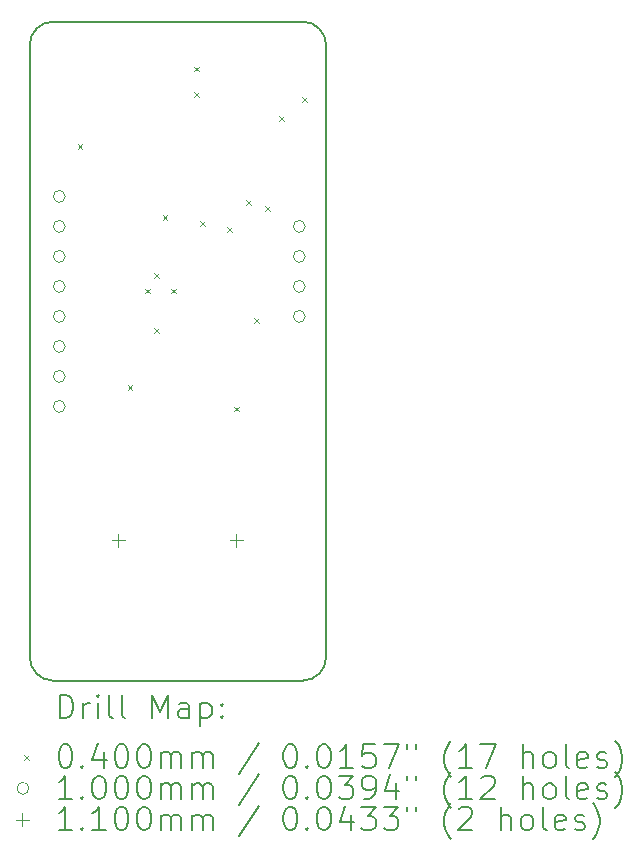
<source format=gbr>
%TF.GenerationSoftware,KiCad,Pcbnew,7.0.5*%
%TF.CreationDate,2025-04-30T23:03:43+08:00*%
%TF.ProjectId,audio-test-board,61756469-6f2d-4746-9573-742d626f6172,rev?*%
%TF.SameCoordinates,Original*%
%TF.FileFunction,Drillmap*%
%TF.FilePolarity,Positive*%
%FSLAX45Y45*%
G04 Gerber Fmt 4.5, Leading zero omitted, Abs format (unit mm)*
G04 Created by KiCad (PCBNEW 7.0.5) date 2025-04-30 23:03:43*
%MOMM*%
%LPD*%
G01*
G04 APERTURE LIST*
%ADD10C,0.150000*%
%ADD11C,0.200000*%
%ADD12C,0.040000*%
%ADD13C,0.100000*%
%ADD14C,0.110000*%
G04 APERTURE END LIST*
D10*
X15893680Y-14908360D02*
X15893680Y-9728360D01*
X15893680Y-14908360D02*
G75*
G03*
X16093680Y-15108360I200000J0D01*
G01*
X18403680Y-9728360D02*
X18403680Y-14908360D01*
X18203680Y-15108360D02*
G75*
G03*
X18403680Y-14908360I0J200000D01*
G01*
X16093680Y-9528360D02*
G75*
G03*
X15893680Y-9728360I0J-200000D01*
G01*
X18403680Y-9728360D02*
G75*
G03*
X18203680Y-9528360I-200000J0D01*
G01*
X18203680Y-15108360D02*
X16093680Y-15108360D01*
X16093680Y-9528360D02*
X18203680Y-9528360D01*
D11*
D12*
X16298680Y-10568360D02*
X16338680Y-10608360D01*
X16338680Y-10568360D02*
X16298680Y-10608360D01*
X16723680Y-12608360D02*
X16763680Y-12648360D01*
X16763680Y-12608360D02*
X16723680Y-12648360D01*
X16873680Y-11788360D02*
X16913680Y-11828360D01*
X16913680Y-11788360D02*
X16873680Y-11828360D01*
X16946076Y-11658360D02*
X16986076Y-11698360D01*
X16986076Y-11658360D02*
X16946076Y-11698360D01*
X16946180Y-12120860D02*
X16986180Y-12160860D01*
X16986180Y-12120860D02*
X16946180Y-12160860D01*
X17018526Y-11168360D02*
X17058526Y-11208360D01*
X17058526Y-11168360D02*
X17018526Y-11208360D01*
X17091026Y-11788360D02*
X17131026Y-11828360D01*
X17131026Y-11788360D02*
X17091026Y-11828360D01*
X17283680Y-9908360D02*
X17323680Y-9948360D01*
X17323680Y-9908360D02*
X17283680Y-9948360D01*
X17283680Y-10128360D02*
X17323680Y-10168360D01*
X17323680Y-10128360D02*
X17283680Y-10168360D01*
X17337375Y-11214665D02*
X17377375Y-11254665D01*
X17377375Y-11214665D02*
X17337375Y-11254665D01*
X17563680Y-11268360D02*
X17603680Y-11308360D01*
X17603680Y-11268360D02*
X17563680Y-11308360D01*
X17623680Y-12788360D02*
X17663680Y-12828360D01*
X17663680Y-12788360D02*
X17623680Y-12828360D01*
X17723680Y-11038360D02*
X17763680Y-11078360D01*
X17763680Y-11038360D02*
X17723680Y-11078360D01*
X17790893Y-12037061D02*
X17830893Y-12077061D01*
X17830893Y-12037061D02*
X17790893Y-12077061D01*
X17888988Y-11088360D02*
X17928988Y-11128360D01*
X17928988Y-11088360D02*
X17888988Y-11128360D01*
X18003680Y-10328360D02*
X18043680Y-10368360D01*
X18043680Y-10328360D02*
X18003680Y-10368360D01*
X18200730Y-10168360D02*
X18240730Y-10208360D01*
X18240730Y-10168360D02*
X18200730Y-10208360D01*
D13*
X16193680Y-11008360D02*
G75*
G03*
X16193680Y-11008360I-50000J0D01*
G01*
X16193680Y-11262360D02*
G75*
G03*
X16193680Y-11262360I-50000J0D01*
G01*
X16193680Y-11516360D02*
G75*
G03*
X16193680Y-11516360I-50000J0D01*
G01*
X16193680Y-11770360D02*
G75*
G03*
X16193680Y-11770360I-50000J0D01*
G01*
X16193680Y-12024360D02*
G75*
G03*
X16193680Y-12024360I-50000J0D01*
G01*
X16193680Y-12278360D02*
G75*
G03*
X16193680Y-12278360I-50000J0D01*
G01*
X16193680Y-12532360D02*
G75*
G03*
X16193680Y-12532360I-50000J0D01*
G01*
X16193680Y-12786360D02*
G75*
G03*
X16193680Y-12786360I-50000J0D01*
G01*
X18225680Y-11262360D02*
G75*
G03*
X18225680Y-11262360I-50000J0D01*
G01*
X18225680Y-11516360D02*
G75*
G03*
X18225680Y-11516360I-50000J0D01*
G01*
X18225680Y-11770360D02*
G75*
G03*
X18225680Y-11770360I-50000J0D01*
G01*
X18225680Y-12024360D02*
G75*
G03*
X18225680Y-12024360I-50000J0D01*
G01*
D14*
X16643680Y-13864760D02*
X16643680Y-13974760D01*
X16588680Y-13919760D02*
X16698680Y-13919760D01*
X17643680Y-13864760D02*
X17643680Y-13974760D01*
X17588680Y-13919760D02*
X17698680Y-13919760D01*
D11*
X16146957Y-15427344D02*
X16146957Y-15227344D01*
X16146957Y-15227344D02*
X16194576Y-15227344D01*
X16194576Y-15227344D02*
X16223147Y-15236868D01*
X16223147Y-15236868D02*
X16242195Y-15255915D01*
X16242195Y-15255915D02*
X16251719Y-15274963D01*
X16251719Y-15274963D02*
X16261242Y-15313058D01*
X16261242Y-15313058D02*
X16261242Y-15341629D01*
X16261242Y-15341629D02*
X16251719Y-15379725D01*
X16251719Y-15379725D02*
X16242195Y-15398772D01*
X16242195Y-15398772D02*
X16223147Y-15417820D01*
X16223147Y-15417820D02*
X16194576Y-15427344D01*
X16194576Y-15427344D02*
X16146957Y-15427344D01*
X16346957Y-15427344D02*
X16346957Y-15294010D01*
X16346957Y-15332106D02*
X16356481Y-15313058D01*
X16356481Y-15313058D02*
X16366004Y-15303534D01*
X16366004Y-15303534D02*
X16385052Y-15294010D01*
X16385052Y-15294010D02*
X16404100Y-15294010D01*
X16470766Y-15427344D02*
X16470766Y-15294010D01*
X16470766Y-15227344D02*
X16461242Y-15236868D01*
X16461242Y-15236868D02*
X16470766Y-15246391D01*
X16470766Y-15246391D02*
X16480290Y-15236868D01*
X16480290Y-15236868D02*
X16470766Y-15227344D01*
X16470766Y-15227344D02*
X16470766Y-15246391D01*
X16594576Y-15427344D02*
X16575528Y-15417820D01*
X16575528Y-15417820D02*
X16566004Y-15398772D01*
X16566004Y-15398772D02*
X16566004Y-15227344D01*
X16699338Y-15427344D02*
X16680290Y-15417820D01*
X16680290Y-15417820D02*
X16670766Y-15398772D01*
X16670766Y-15398772D02*
X16670766Y-15227344D01*
X16927909Y-15427344D02*
X16927909Y-15227344D01*
X16927909Y-15227344D02*
X16994576Y-15370201D01*
X16994576Y-15370201D02*
X17061243Y-15227344D01*
X17061243Y-15227344D02*
X17061243Y-15427344D01*
X17242195Y-15427344D02*
X17242195Y-15322582D01*
X17242195Y-15322582D02*
X17232671Y-15303534D01*
X17232671Y-15303534D02*
X17213624Y-15294010D01*
X17213624Y-15294010D02*
X17175528Y-15294010D01*
X17175528Y-15294010D02*
X17156481Y-15303534D01*
X17242195Y-15417820D02*
X17223147Y-15427344D01*
X17223147Y-15427344D02*
X17175528Y-15427344D01*
X17175528Y-15427344D02*
X17156481Y-15417820D01*
X17156481Y-15417820D02*
X17146957Y-15398772D01*
X17146957Y-15398772D02*
X17146957Y-15379725D01*
X17146957Y-15379725D02*
X17156481Y-15360677D01*
X17156481Y-15360677D02*
X17175528Y-15351153D01*
X17175528Y-15351153D02*
X17223147Y-15351153D01*
X17223147Y-15351153D02*
X17242195Y-15341629D01*
X17337433Y-15294010D02*
X17337433Y-15494010D01*
X17337433Y-15303534D02*
X17356481Y-15294010D01*
X17356481Y-15294010D02*
X17394576Y-15294010D01*
X17394576Y-15294010D02*
X17413624Y-15303534D01*
X17413624Y-15303534D02*
X17423147Y-15313058D01*
X17423147Y-15313058D02*
X17432671Y-15332106D01*
X17432671Y-15332106D02*
X17432671Y-15389248D01*
X17432671Y-15389248D02*
X17423147Y-15408296D01*
X17423147Y-15408296D02*
X17413624Y-15417820D01*
X17413624Y-15417820D02*
X17394576Y-15427344D01*
X17394576Y-15427344D02*
X17356481Y-15427344D01*
X17356481Y-15427344D02*
X17337433Y-15417820D01*
X17518385Y-15408296D02*
X17527909Y-15417820D01*
X17527909Y-15417820D02*
X17518385Y-15427344D01*
X17518385Y-15427344D02*
X17508862Y-15417820D01*
X17508862Y-15417820D02*
X17518385Y-15408296D01*
X17518385Y-15408296D02*
X17518385Y-15427344D01*
X17518385Y-15303534D02*
X17527909Y-15313058D01*
X17527909Y-15313058D02*
X17518385Y-15322582D01*
X17518385Y-15322582D02*
X17508862Y-15313058D01*
X17508862Y-15313058D02*
X17518385Y-15303534D01*
X17518385Y-15303534D02*
X17518385Y-15322582D01*
D12*
X15846180Y-15735860D02*
X15886180Y-15775860D01*
X15886180Y-15735860D02*
X15846180Y-15775860D01*
D11*
X16185052Y-15647344D02*
X16204100Y-15647344D01*
X16204100Y-15647344D02*
X16223147Y-15656868D01*
X16223147Y-15656868D02*
X16232671Y-15666391D01*
X16232671Y-15666391D02*
X16242195Y-15685439D01*
X16242195Y-15685439D02*
X16251719Y-15723534D01*
X16251719Y-15723534D02*
X16251719Y-15771153D01*
X16251719Y-15771153D02*
X16242195Y-15809248D01*
X16242195Y-15809248D02*
X16232671Y-15828296D01*
X16232671Y-15828296D02*
X16223147Y-15837820D01*
X16223147Y-15837820D02*
X16204100Y-15847344D01*
X16204100Y-15847344D02*
X16185052Y-15847344D01*
X16185052Y-15847344D02*
X16166004Y-15837820D01*
X16166004Y-15837820D02*
X16156481Y-15828296D01*
X16156481Y-15828296D02*
X16146957Y-15809248D01*
X16146957Y-15809248D02*
X16137433Y-15771153D01*
X16137433Y-15771153D02*
X16137433Y-15723534D01*
X16137433Y-15723534D02*
X16146957Y-15685439D01*
X16146957Y-15685439D02*
X16156481Y-15666391D01*
X16156481Y-15666391D02*
X16166004Y-15656868D01*
X16166004Y-15656868D02*
X16185052Y-15647344D01*
X16337433Y-15828296D02*
X16346957Y-15837820D01*
X16346957Y-15837820D02*
X16337433Y-15847344D01*
X16337433Y-15847344D02*
X16327909Y-15837820D01*
X16327909Y-15837820D02*
X16337433Y-15828296D01*
X16337433Y-15828296D02*
X16337433Y-15847344D01*
X16518385Y-15714010D02*
X16518385Y-15847344D01*
X16470766Y-15637820D02*
X16423147Y-15780677D01*
X16423147Y-15780677D02*
X16546957Y-15780677D01*
X16661242Y-15647344D02*
X16680290Y-15647344D01*
X16680290Y-15647344D02*
X16699338Y-15656868D01*
X16699338Y-15656868D02*
X16708862Y-15666391D01*
X16708862Y-15666391D02*
X16718385Y-15685439D01*
X16718385Y-15685439D02*
X16727909Y-15723534D01*
X16727909Y-15723534D02*
X16727909Y-15771153D01*
X16727909Y-15771153D02*
X16718385Y-15809248D01*
X16718385Y-15809248D02*
X16708862Y-15828296D01*
X16708862Y-15828296D02*
X16699338Y-15837820D01*
X16699338Y-15837820D02*
X16680290Y-15847344D01*
X16680290Y-15847344D02*
X16661242Y-15847344D01*
X16661242Y-15847344D02*
X16642195Y-15837820D01*
X16642195Y-15837820D02*
X16632671Y-15828296D01*
X16632671Y-15828296D02*
X16623147Y-15809248D01*
X16623147Y-15809248D02*
X16613623Y-15771153D01*
X16613623Y-15771153D02*
X16613623Y-15723534D01*
X16613623Y-15723534D02*
X16623147Y-15685439D01*
X16623147Y-15685439D02*
X16632671Y-15666391D01*
X16632671Y-15666391D02*
X16642195Y-15656868D01*
X16642195Y-15656868D02*
X16661242Y-15647344D01*
X16851719Y-15647344D02*
X16870766Y-15647344D01*
X16870766Y-15647344D02*
X16889814Y-15656868D01*
X16889814Y-15656868D02*
X16899338Y-15666391D01*
X16899338Y-15666391D02*
X16908862Y-15685439D01*
X16908862Y-15685439D02*
X16918385Y-15723534D01*
X16918385Y-15723534D02*
X16918385Y-15771153D01*
X16918385Y-15771153D02*
X16908862Y-15809248D01*
X16908862Y-15809248D02*
X16899338Y-15828296D01*
X16899338Y-15828296D02*
X16889814Y-15837820D01*
X16889814Y-15837820D02*
X16870766Y-15847344D01*
X16870766Y-15847344D02*
X16851719Y-15847344D01*
X16851719Y-15847344D02*
X16832671Y-15837820D01*
X16832671Y-15837820D02*
X16823147Y-15828296D01*
X16823147Y-15828296D02*
X16813624Y-15809248D01*
X16813624Y-15809248D02*
X16804100Y-15771153D01*
X16804100Y-15771153D02*
X16804100Y-15723534D01*
X16804100Y-15723534D02*
X16813624Y-15685439D01*
X16813624Y-15685439D02*
X16823147Y-15666391D01*
X16823147Y-15666391D02*
X16832671Y-15656868D01*
X16832671Y-15656868D02*
X16851719Y-15647344D01*
X17004100Y-15847344D02*
X17004100Y-15714010D01*
X17004100Y-15733058D02*
X17013624Y-15723534D01*
X17013624Y-15723534D02*
X17032671Y-15714010D01*
X17032671Y-15714010D02*
X17061243Y-15714010D01*
X17061243Y-15714010D02*
X17080290Y-15723534D01*
X17080290Y-15723534D02*
X17089814Y-15742582D01*
X17089814Y-15742582D02*
X17089814Y-15847344D01*
X17089814Y-15742582D02*
X17099338Y-15723534D01*
X17099338Y-15723534D02*
X17118385Y-15714010D01*
X17118385Y-15714010D02*
X17146957Y-15714010D01*
X17146957Y-15714010D02*
X17166005Y-15723534D01*
X17166005Y-15723534D02*
X17175528Y-15742582D01*
X17175528Y-15742582D02*
X17175528Y-15847344D01*
X17270766Y-15847344D02*
X17270766Y-15714010D01*
X17270766Y-15733058D02*
X17280290Y-15723534D01*
X17280290Y-15723534D02*
X17299338Y-15714010D01*
X17299338Y-15714010D02*
X17327909Y-15714010D01*
X17327909Y-15714010D02*
X17346957Y-15723534D01*
X17346957Y-15723534D02*
X17356481Y-15742582D01*
X17356481Y-15742582D02*
X17356481Y-15847344D01*
X17356481Y-15742582D02*
X17366005Y-15723534D01*
X17366005Y-15723534D02*
X17385052Y-15714010D01*
X17385052Y-15714010D02*
X17413624Y-15714010D01*
X17413624Y-15714010D02*
X17432671Y-15723534D01*
X17432671Y-15723534D02*
X17442195Y-15742582D01*
X17442195Y-15742582D02*
X17442195Y-15847344D01*
X17832671Y-15637820D02*
X17661243Y-15894963D01*
X18089814Y-15647344D02*
X18108862Y-15647344D01*
X18108862Y-15647344D02*
X18127909Y-15656868D01*
X18127909Y-15656868D02*
X18137433Y-15666391D01*
X18137433Y-15666391D02*
X18146957Y-15685439D01*
X18146957Y-15685439D02*
X18156481Y-15723534D01*
X18156481Y-15723534D02*
X18156481Y-15771153D01*
X18156481Y-15771153D02*
X18146957Y-15809248D01*
X18146957Y-15809248D02*
X18137433Y-15828296D01*
X18137433Y-15828296D02*
X18127909Y-15837820D01*
X18127909Y-15837820D02*
X18108862Y-15847344D01*
X18108862Y-15847344D02*
X18089814Y-15847344D01*
X18089814Y-15847344D02*
X18070767Y-15837820D01*
X18070767Y-15837820D02*
X18061243Y-15828296D01*
X18061243Y-15828296D02*
X18051719Y-15809248D01*
X18051719Y-15809248D02*
X18042195Y-15771153D01*
X18042195Y-15771153D02*
X18042195Y-15723534D01*
X18042195Y-15723534D02*
X18051719Y-15685439D01*
X18051719Y-15685439D02*
X18061243Y-15666391D01*
X18061243Y-15666391D02*
X18070767Y-15656868D01*
X18070767Y-15656868D02*
X18089814Y-15647344D01*
X18242195Y-15828296D02*
X18251719Y-15837820D01*
X18251719Y-15837820D02*
X18242195Y-15847344D01*
X18242195Y-15847344D02*
X18232671Y-15837820D01*
X18232671Y-15837820D02*
X18242195Y-15828296D01*
X18242195Y-15828296D02*
X18242195Y-15847344D01*
X18375528Y-15647344D02*
X18394576Y-15647344D01*
X18394576Y-15647344D02*
X18413624Y-15656868D01*
X18413624Y-15656868D02*
X18423148Y-15666391D01*
X18423148Y-15666391D02*
X18432671Y-15685439D01*
X18432671Y-15685439D02*
X18442195Y-15723534D01*
X18442195Y-15723534D02*
X18442195Y-15771153D01*
X18442195Y-15771153D02*
X18432671Y-15809248D01*
X18432671Y-15809248D02*
X18423148Y-15828296D01*
X18423148Y-15828296D02*
X18413624Y-15837820D01*
X18413624Y-15837820D02*
X18394576Y-15847344D01*
X18394576Y-15847344D02*
X18375528Y-15847344D01*
X18375528Y-15847344D02*
X18356481Y-15837820D01*
X18356481Y-15837820D02*
X18346957Y-15828296D01*
X18346957Y-15828296D02*
X18337433Y-15809248D01*
X18337433Y-15809248D02*
X18327909Y-15771153D01*
X18327909Y-15771153D02*
X18327909Y-15723534D01*
X18327909Y-15723534D02*
X18337433Y-15685439D01*
X18337433Y-15685439D02*
X18346957Y-15666391D01*
X18346957Y-15666391D02*
X18356481Y-15656868D01*
X18356481Y-15656868D02*
X18375528Y-15647344D01*
X18632671Y-15847344D02*
X18518386Y-15847344D01*
X18575528Y-15847344D02*
X18575528Y-15647344D01*
X18575528Y-15647344D02*
X18556481Y-15675915D01*
X18556481Y-15675915D02*
X18537433Y-15694963D01*
X18537433Y-15694963D02*
X18518386Y-15704487D01*
X18813624Y-15647344D02*
X18718386Y-15647344D01*
X18718386Y-15647344D02*
X18708862Y-15742582D01*
X18708862Y-15742582D02*
X18718386Y-15733058D01*
X18718386Y-15733058D02*
X18737433Y-15723534D01*
X18737433Y-15723534D02*
X18785052Y-15723534D01*
X18785052Y-15723534D02*
X18804100Y-15733058D01*
X18804100Y-15733058D02*
X18813624Y-15742582D01*
X18813624Y-15742582D02*
X18823148Y-15761629D01*
X18823148Y-15761629D02*
X18823148Y-15809248D01*
X18823148Y-15809248D02*
X18813624Y-15828296D01*
X18813624Y-15828296D02*
X18804100Y-15837820D01*
X18804100Y-15837820D02*
X18785052Y-15847344D01*
X18785052Y-15847344D02*
X18737433Y-15847344D01*
X18737433Y-15847344D02*
X18718386Y-15837820D01*
X18718386Y-15837820D02*
X18708862Y-15828296D01*
X18889814Y-15647344D02*
X19023148Y-15647344D01*
X19023148Y-15647344D02*
X18937433Y-15847344D01*
X19089814Y-15647344D02*
X19089814Y-15685439D01*
X19166005Y-15647344D02*
X19166005Y-15685439D01*
X19461243Y-15923534D02*
X19451719Y-15914010D01*
X19451719Y-15914010D02*
X19432671Y-15885439D01*
X19432671Y-15885439D02*
X19423148Y-15866391D01*
X19423148Y-15866391D02*
X19413624Y-15837820D01*
X19413624Y-15837820D02*
X19404100Y-15790201D01*
X19404100Y-15790201D02*
X19404100Y-15752106D01*
X19404100Y-15752106D02*
X19413624Y-15704487D01*
X19413624Y-15704487D02*
X19423148Y-15675915D01*
X19423148Y-15675915D02*
X19432671Y-15656868D01*
X19432671Y-15656868D02*
X19451719Y-15628296D01*
X19451719Y-15628296D02*
X19461243Y-15618772D01*
X19642195Y-15847344D02*
X19527910Y-15847344D01*
X19585052Y-15847344D02*
X19585052Y-15647344D01*
X19585052Y-15647344D02*
X19566005Y-15675915D01*
X19566005Y-15675915D02*
X19546957Y-15694963D01*
X19546957Y-15694963D02*
X19527910Y-15704487D01*
X19708862Y-15647344D02*
X19842195Y-15647344D01*
X19842195Y-15647344D02*
X19756481Y-15847344D01*
X20070767Y-15847344D02*
X20070767Y-15647344D01*
X20156481Y-15847344D02*
X20156481Y-15742582D01*
X20156481Y-15742582D02*
X20146957Y-15723534D01*
X20146957Y-15723534D02*
X20127910Y-15714010D01*
X20127910Y-15714010D02*
X20099338Y-15714010D01*
X20099338Y-15714010D02*
X20080291Y-15723534D01*
X20080291Y-15723534D02*
X20070767Y-15733058D01*
X20280291Y-15847344D02*
X20261243Y-15837820D01*
X20261243Y-15837820D02*
X20251719Y-15828296D01*
X20251719Y-15828296D02*
X20242195Y-15809248D01*
X20242195Y-15809248D02*
X20242195Y-15752106D01*
X20242195Y-15752106D02*
X20251719Y-15733058D01*
X20251719Y-15733058D02*
X20261243Y-15723534D01*
X20261243Y-15723534D02*
X20280291Y-15714010D01*
X20280291Y-15714010D02*
X20308862Y-15714010D01*
X20308862Y-15714010D02*
X20327910Y-15723534D01*
X20327910Y-15723534D02*
X20337433Y-15733058D01*
X20337433Y-15733058D02*
X20346957Y-15752106D01*
X20346957Y-15752106D02*
X20346957Y-15809248D01*
X20346957Y-15809248D02*
X20337433Y-15828296D01*
X20337433Y-15828296D02*
X20327910Y-15837820D01*
X20327910Y-15837820D02*
X20308862Y-15847344D01*
X20308862Y-15847344D02*
X20280291Y-15847344D01*
X20461243Y-15847344D02*
X20442195Y-15837820D01*
X20442195Y-15837820D02*
X20432672Y-15818772D01*
X20432672Y-15818772D02*
X20432672Y-15647344D01*
X20613624Y-15837820D02*
X20594576Y-15847344D01*
X20594576Y-15847344D02*
X20556481Y-15847344D01*
X20556481Y-15847344D02*
X20537433Y-15837820D01*
X20537433Y-15837820D02*
X20527910Y-15818772D01*
X20527910Y-15818772D02*
X20527910Y-15742582D01*
X20527910Y-15742582D02*
X20537433Y-15723534D01*
X20537433Y-15723534D02*
X20556481Y-15714010D01*
X20556481Y-15714010D02*
X20594576Y-15714010D01*
X20594576Y-15714010D02*
X20613624Y-15723534D01*
X20613624Y-15723534D02*
X20623148Y-15742582D01*
X20623148Y-15742582D02*
X20623148Y-15761629D01*
X20623148Y-15761629D02*
X20527910Y-15780677D01*
X20699338Y-15837820D02*
X20718386Y-15847344D01*
X20718386Y-15847344D02*
X20756481Y-15847344D01*
X20756481Y-15847344D02*
X20775529Y-15837820D01*
X20775529Y-15837820D02*
X20785053Y-15818772D01*
X20785053Y-15818772D02*
X20785053Y-15809248D01*
X20785053Y-15809248D02*
X20775529Y-15790201D01*
X20775529Y-15790201D02*
X20756481Y-15780677D01*
X20756481Y-15780677D02*
X20727910Y-15780677D01*
X20727910Y-15780677D02*
X20708862Y-15771153D01*
X20708862Y-15771153D02*
X20699338Y-15752106D01*
X20699338Y-15752106D02*
X20699338Y-15742582D01*
X20699338Y-15742582D02*
X20708862Y-15723534D01*
X20708862Y-15723534D02*
X20727910Y-15714010D01*
X20727910Y-15714010D02*
X20756481Y-15714010D01*
X20756481Y-15714010D02*
X20775529Y-15723534D01*
X20851719Y-15923534D02*
X20861243Y-15914010D01*
X20861243Y-15914010D02*
X20880291Y-15885439D01*
X20880291Y-15885439D02*
X20889814Y-15866391D01*
X20889814Y-15866391D02*
X20899338Y-15837820D01*
X20899338Y-15837820D02*
X20908862Y-15790201D01*
X20908862Y-15790201D02*
X20908862Y-15752106D01*
X20908862Y-15752106D02*
X20899338Y-15704487D01*
X20899338Y-15704487D02*
X20889814Y-15675915D01*
X20889814Y-15675915D02*
X20880291Y-15656868D01*
X20880291Y-15656868D02*
X20861243Y-15628296D01*
X20861243Y-15628296D02*
X20851719Y-15618772D01*
D13*
X15886180Y-16019860D02*
G75*
G03*
X15886180Y-16019860I-50000J0D01*
G01*
D11*
X16251719Y-16111344D02*
X16137433Y-16111344D01*
X16194576Y-16111344D02*
X16194576Y-15911344D01*
X16194576Y-15911344D02*
X16175528Y-15939915D01*
X16175528Y-15939915D02*
X16156481Y-15958963D01*
X16156481Y-15958963D02*
X16137433Y-15968487D01*
X16337433Y-16092296D02*
X16346957Y-16101820D01*
X16346957Y-16101820D02*
X16337433Y-16111344D01*
X16337433Y-16111344D02*
X16327909Y-16101820D01*
X16327909Y-16101820D02*
X16337433Y-16092296D01*
X16337433Y-16092296D02*
X16337433Y-16111344D01*
X16470766Y-15911344D02*
X16489814Y-15911344D01*
X16489814Y-15911344D02*
X16508862Y-15920868D01*
X16508862Y-15920868D02*
X16518385Y-15930391D01*
X16518385Y-15930391D02*
X16527909Y-15949439D01*
X16527909Y-15949439D02*
X16537433Y-15987534D01*
X16537433Y-15987534D02*
X16537433Y-16035153D01*
X16537433Y-16035153D02*
X16527909Y-16073248D01*
X16527909Y-16073248D02*
X16518385Y-16092296D01*
X16518385Y-16092296D02*
X16508862Y-16101820D01*
X16508862Y-16101820D02*
X16489814Y-16111344D01*
X16489814Y-16111344D02*
X16470766Y-16111344D01*
X16470766Y-16111344D02*
X16451719Y-16101820D01*
X16451719Y-16101820D02*
X16442195Y-16092296D01*
X16442195Y-16092296D02*
X16432671Y-16073248D01*
X16432671Y-16073248D02*
X16423147Y-16035153D01*
X16423147Y-16035153D02*
X16423147Y-15987534D01*
X16423147Y-15987534D02*
X16432671Y-15949439D01*
X16432671Y-15949439D02*
X16442195Y-15930391D01*
X16442195Y-15930391D02*
X16451719Y-15920868D01*
X16451719Y-15920868D02*
X16470766Y-15911344D01*
X16661242Y-15911344D02*
X16680290Y-15911344D01*
X16680290Y-15911344D02*
X16699338Y-15920868D01*
X16699338Y-15920868D02*
X16708862Y-15930391D01*
X16708862Y-15930391D02*
X16718385Y-15949439D01*
X16718385Y-15949439D02*
X16727909Y-15987534D01*
X16727909Y-15987534D02*
X16727909Y-16035153D01*
X16727909Y-16035153D02*
X16718385Y-16073248D01*
X16718385Y-16073248D02*
X16708862Y-16092296D01*
X16708862Y-16092296D02*
X16699338Y-16101820D01*
X16699338Y-16101820D02*
X16680290Y-16111344D01*
X16680290Y-16111344D02*
X16661242Y-16111344D01*
X16661242Y-16111344D02*
X16642195Y-16101820D01*
X16642195Y-16101820D02*
X16632671Y-16092296D01*
X16632671Y-16092296D02*
X16623147Y-16073248D01*
X16623147Y-16073248D02*
X16613623Y-16035153D01*
X16613623Y-16035153D02*
X16613623Y-15987534D01*
X16613623Y-15987534D02*
X16623147Y-15949439D01*
X16623147Y-15949439D02*
X16632671Y-15930391D01*
X16632671Y-15930391D02*
X16642195Y-15920868D01*
X16642195Y-15920868D02*
X16661242Y-15911344D01*
X16851719Y-15911344D02*
X16870766Y-15911344D01*
X16870766Y-15911344D02*
X16889814Y-15920868D01*
X16889814Y-15920868D02*
X16899338Y-15930391D01*
X16899338Y-15930391D02*
X16908862Y-15949439D01*
X16908862Y-15949439D02*
X16918385Y-15987534D01*
X16918385Y-15987534D02*
X16918385Y-16035153D01*
X16918385Y-16035153D02*
X16908862Y-16073248D01*
X16908862Y-16073248D02*
X16899338Y-16092296D01*
X16899338Y-16092296D02*
X16889814Y-16101820D01*
X16889814Y-16101820D02*
X16870766Y-16111344D01*
X16870766Y-16111344D02*
X16851719Y-16111344D01*
X16851719Y-16111344D02*
X16832671Y-16101820D01*
X16832671Y-16101820D02*
X16823147Y-16092296D01*
X16823147Y-16092296D02*
X16813624Y-16073248D01*
X16813624Y-16073248D02*
X16804100Y-16035153D01*
X16804100Y-16035153D02*
X16804100Y-15987534D01*
X16804100Y-15987534D02*
X16813624Y-15949439D01*
X16813624Y-15949439D02*
X16823147Y-15930391D01*
X16823147Y-15930391D02*
X16832671Y-15920868D01*
X16832671Y-15920868D02*
X16851719Y-15911344D01*
X17004100Y-16111344D02*
X17004100Y-15978010D01*
X17004100Y-15997058D02*
X17013624Y-15987534D01*
X17013624Y-15987534D02*
X17032671Y-15978010D01*
X17032671Y-15978010D02*
X17061243Y-15978010D01*
X17061243Y-15978010D02*
X17080290Y-15987534D01*
X17080290Y-15987534D02*
X17089814Y-16006582D01*
X17089814Y-16006582D02*
X17089814Y-16111344D01*
X17089814Y-16006582D02*
X17099338Y-15987534D01*
X17099338Y-15987534D02*
X17118385Y-15978010D01*
X17118385Y-15978010D02*
X17146957Y-15978010D01*
X17146957Y-15978010D02*
X17166005Y-15987534D01*
X17166005Y-15987534D02*
X17175528Y-16006582D01*
X17175528Y-16006582D02*
X17175528Y-16111344D01*
X17270766Y-16111344D02*
X17270766Y-15978010D01*
X17270766Y-15997058D02*
X17280290Y-15987534D01*
X17280290Y-15987534D02*
X17299338Y-15978010D01*
X17299338Y-15978010D02*
X17327909Y-15978010D01*
X17327909Y-15978010D02*
X17346957Y-15987534D01*
X17346957Y-15987534D02*
X17356481Y-16006582D01*
X17356481Y-16006582D02*
X17356481Y-16111344D01*
X17356481Y-16006582D02*
X17366005Y-15987534D01*
X17366005Y-15987534D02*
X17385052Y-15978010D01*
X17385052Y-15978010D02*
X17413624Y-15978010D01*
X17413624Y-15978010D02*
X17432671Y-15987534D01*
X17432671Y-15987534D02*
X17442195Y-16006582D01*
X17442195Y-16006582D02*
X17442195Y-16111344D01*
X17832671Y-15901820D02*
X17661243Y-16158963D01*
X18089814Y-15911344D02*
X18108862Y-15911344D01*
X18108862Y-15911344D02*
X18127909Y-15920868D01*
X18127909Y-15920868D02*
X18137433Y-15930391D01*
X18137433Y-15930391D02*
X18146957Y-15949439D01*
X18146957Y-15949439D02*
X18156481Y-15987534D01*
X18156481Y-15987534D02*
X18156481Y-16035153D01*
X18156481Y-16035153D02*
X18146957Y-16073248D01*
X18146957Y-16073248D02*
X18137433Y-16092296D01*
X18137433Y-16092296D02*
X18127909Y-16101820D01*
X18127909Y-16101820D02*
X18108862Y-16111344D01*
X18108862Y-16111344D02*
X18089814Y-16111344D01*
X18089814Y-16111344D02*
X18070767Y-16101820D01*
X18070767Y-16101820D02*
X18061243Y-16092296D01*
X18061243Y-16092296D02*
X18051719Y-16073248D01*
X18051719Y-16073248D02*
X18042195Y-16035153D01*
X18042195Y-16035153D02*
X18042195Y-15987534D01*
X18042195Y-15987534D02*
X18051719Y-15949439D01*
X18051719Y-15949439D02*
X18061243Y-15930391D01*
X18061243Y-15930391D02*
X18070767Y-15920868D01*
X18070767Y-15920868D02*
X18089814Y-15911344D01*
X18242195Y-16092296D02*
X18251719Y-16101820D01*
X18251719Y-16101820D02*
X18242195Y-16111344D01*
X18242195Y-16111344D02*
X18232671Y-16101820D01*
X18232671Y-16101820D02*
X18242195Y-16092296D01*
X18242195Y-16092296D02*
X18242195Y-16111344D01*
X18375528Y-15911344D02*
X18394576Y-15911344D01*
X18394576Y-15911344D02*
X18413624Y-15920868D01*
X18413624Y-15920868D02*
X18423148Y-15930391D01*
X18423148Y-15930391D02*
X18432671Y-15949439D01*
X18432671Y-15949439D02*
X18442195Y-15987534D01*
X18442195Y-15987534D02*
X18442195Y-16035153D01*
X18442195Y-16035153D02*
X18432671Y-16073248D01*
X18432671Y-16073248D02*
X18423148Y-16092296D01*
X18423148Y-16092296D02*
X18413624Y-16101820D01*
X18413624Y-16101820D02*
X18394576Y-16111344D01*
X18394576Y-16111344D02*
X18375528Y-16111344D01*
X18375528Y-16111344D02*
X18356481Y-16101820D01*
X18356481Y-16101820D02*
X18346957Y-16092296D01*
X18346957Y-16092296D02*
X18337433Y-16073248D01*
X18337433Y-16073248D02*
X18327909Y-16035153D01*
X18327909Y-16035153D02*
X18327909Y-15987534D01*
X18327909Y-15987534D02*
X18337433Y-15949439D01*
X18337433Y-15949439D02*
X18346957Y-15930391D01*
X18346957Y-15930391D02*
X18356481Y-15920868D01*
X18356481Y-15920868D02*
X18375528Y-15911344D01*
X18508862Y-15911344D02*
X18632671Y-15911344D01*
X18632671Y-15911344D02*
X18566005Y-15987534D01*
X18566005Y-15987534D02*
X18594576Y-15987534D01*
X18594576Y-15987534D02*
X18613624Y-15997058D01*
X18613624Y-15997058D02*
X18623148Y-16006582D01*
X18623148Y-16006582D02*
X18632671Y-16025629D01*
X18632671Y-16025629D02*
X18632671Y-16073248D01*
X18632671Y-16073248D02*
X18623148Y-16092296D01*
X18623148Y-16092296D02*
X18613624Y-16101820D01*
X18613624Y-16101820D02*
X18594576Y-16111344D01*
X18594576Y-16111344D02*
X18537433Y-16111344D01*
X18537433Y-16111344D02*
X18518386Y-16101820D01*
X18518386Y-16101820D02*
X18508862Y-16092296D01*
X18727909Y-16111344D02*
X18766005Y-16111344D01*
X18766005Y-16111344D02*
X18785052Y-16101820D01*
X18785052Y-16101820D02*
X18794576Y-16092296D01*
X18794576Y-16092296D02*
X18813624Y-16063725D01*
X18813624Y-16063725D02*
X18823148Y-16025629D01*
X18823148Y-16025629D02*
X18823148Y-15949439D01*
X18823148Y-15949439D02*
X18813624Y-15930391D01*
X18813624Y-15930391D02*
X18804100Y-15920868D01*
X18804100Y-15920868D02*
X18785052Y-15911344D01*
X18785052Y-15911344D02*
X18746957Y-15911344D01*
X18746957Y-15911344D02*
X18727909Y-15920868D01*
X18727909Y-15920868D02*
X18718386Y-15930391D01*
X18718386Y-15930391D02*
X18708862Y-15949439D01*
X18708862Y-15949439D02*
X18708862Y-15997058D01*
X18708862Y-15997058D02*
X18718386Y-16016106D01*
X18718386Y-16016106D02*
X18727909Y-16025629D01*
X18727909Y-16025629D02*
X18746957Y-16035153D01*
X18746957Y-16035153D02*
X18785052Y-16035153D01*
X18785052Y-16035153D02*
X18804100Y-16025629D01*
X18804100Y-16025629D02*
X18813624Y-16016106D01*
X18813624Y-16016106D02*
X18823148Y-15997058D01*
X18994576Y-15978010D02*
X18994576Y-16111344D01*
X18946957Y-15901820D02*
X18899338Y-16044677D01*
X18899338Y-16044677D02*
X19023148Y-16044677D01*
X19089814Y-15911344D02*
X19089814Y-15949439D01*
X19166005Y-15911344D02*
X19166005Y-15949439D01*
X19461243Y-16187534D02*
X19451719Y-16178010D01*
X19451719Y-16178010D02*
X19432671Y-16149439D01*
X19432671Y-16149439D02*
X19423148Y-16130391D01*
X19423148Y-16130391D02*
X19413624Y-16101820D01*
X19413624Y-16101820D02*
X19404100Y-16054201D01*
X19404100Y-16054201D02*
X19404100Y-16016106D01*
X19404100Y-16016106D02*
X19413624Y-15968487D01*
X19413624Y-15968487D02*
X19423148Y-15939915D01*
X19423148Y-15939915D02*
X19432671Y-15920868D01*
X19432671Y-15920868D02*
X19451719Y-15892296D01*
X19451719Y-15892296D02*
X19461243Y-15882772D01*
X19642195Y-16111344D02*
X19527910Y-16111344D01*
X19585052Y-16111344D02*
X19585052Y-15911344D01*
X19585052Y-15911344D02*
X19566005Y-15939915D01*
X19566005Y-15939915D02*
X19546957Y-15958963D01*
X19546957Y-15958963D02*
X19527910Y-15968487D01*
X19718386Y-15930391D02*
X19727910Y-15920868D01*
X19727910Y-15920868D02*
X19746957Y-15911344D01*
X19746957Y-15911344D02*
X19794576Y-15911344D01*
X19794576Y-15911344D02*
X19813624Y-15920868D01*
X19813624Y-15920868D02*
X19823148Y-15930391D01*
X19823148Y-15930391D02*
X19832671Y-15949439D01*
X19832671Y-15949439D02*
X19832671Y-15968487D01*
X19832671Y-15968487D02*
X19823148Y-15997058D01*
X19823148Y-15997058D02*
X19708862Y-16111344D01*
X19708862Y-16111344D02*
X19832671Y-16111344D01*
X20070767Y-16111344D02*
X20070767Y-15911344D01*
X20156481Y-16111344D02*
X20156481Y-16006582D01*
X20156481Y-16006582D02*
X20146957Y-15987534D01*
X20146957Y-15987534D02*
X20127910Y-15978010D01*
X20127910Y-15978010D02*
X20099338Y-15978010D01*
X20099338Y-15978010D02*
X20080291Y-15987534D01*
X20080291Y-15987534D02*
X20070767Y-15997058D01*
X20280291Y-16111344D02*
X20261243Y-16101820D01*
X20261243Y-16101820D02*
X20251719Y-16092296D01*
X20251719Y-16092296D02*
X20242195Y-16073248D01*
X20242195Y-16073248D02*
X20242195Y-16016106D01*
X20242195Y-16016106D02*
X20251719Y-15997058D01*
X20251719Y-15997058D02*
X20261243Y-15987534D01*
X20261243Y-15987534D02*
X20280291Y-15978010D01*
X20280291Y-15978010D02*
X20308862Y-15978010D01*
X20308862Y-15978010D02*
X20327910Y-15987534D01*
X20327910Y-15987534D02*
X20337433Y-15997058D01*
X20337433Y-15997058D02*
X20346957Y-16016106D01*
X20346957Y-16016106D02*
X20346957Y-16073248D01*
X20346957Y-16073248D02*
X20337433Y-16092296D01*
X20337433Y-16092296D02*
X20327910Y-16101820D01*
X20327910Y-16101820D02*
X20308862Y-16111344D01*
X20308862Y-16111344D02*
X20280291Y-16111344D01*
X20461243Y-16111344D02*
X20442195Y-16101820D01*
X20442195Y-16101820D02*
X20432672Y-16082772D01*
X20432672Y-16082772D02*
X20432672Y-15911344D01*
X20613624Y-16101820D02*
X20594576Y-16111344D01*
X20594576Y-16111344D02*
X20556481Y-16111344D01*
X20556481Y-16111344D02*
X20537433Y-16101820D01*
X20537433Y-16101820D02*
X20527910Y-16082772D01*
X20527910Y-16082772D02*
X20527910Y-16006582D01*
X20527910Y-16006582D02*
X20537433Y-15987534D01*
X20537433Y-15987534D02*
X20556481Y-15978010D01*
X20556481Y-15978010D02*
X20594576Y-15978010D01*
X20594576Y-15978010D02*
X20613624Y-15987534D01*
X20613624Y-15987534D02*
X20623148Y-16006582D01*
X20623148Y-16006582D02*
X20623148Y-16025629D01*
X20623148Y-16025629D02*
X20527910Y-16044677D01*
X20699338Y-16101820D02*
X20718386Y-16111344D01*
X20718386Y-16111344D02*
X20756481Y-16111344D01*
X20756481Y-16111344D02*
X20775529Y-16101820D01*
X20775529Y-16101820D02*
X20785053Y-16082772D01*
X20785053Y-16082772D02*
X20785053Y-16073248D01*
X20785053Y-16073248D02*
X20775529Y-16054201D01*
X20775529Y-16054201D02*
X20756481Y-16044677D01*
X20756481Y-16044677D02*
X20727910Y-16044677D01*
X20727910Y-16044677D02*
X20708862Y-16035153D01*
X20708862Y-16035153D02*
X20699338Y-16016106D01*
X20699338Y-16016106D02*
X20699338Y-16006582D01*
X20699338Y-16006582D02*
X20708862Y-15987534D01*
X20708862Y-15987534D02*
X20727910Y-15978010D01*
X20727910Y-15978010D02*
X20756481Y-15978010D01*
X20756481Y-15978010D02*
X20775529Y-15987534D01*
X20851719Y-16187534D02*
X20861243Y-16178010D01*
X20861243Y-16178010D02*
X20880291Y-16149439D01*
X20880291Y-16149439D02*
X20889814Y-16130391D01*
X20889814Y-16130391D02*
X20899338Y-16101820D01*
X20899338Y-16101820D02*
X20908862Y-16054201D01*
X20908862Y-16054201D02*
X20908862Y-16016106D01*
X20908862Y-16016106D02*
X20899338Y-15968487D01*
X20899338Y-15968487D02*
X20889814Y-15939915D01*
X20889814Y-15939915D02*
X20880291Y-15920868D01*
X20880291Y-15920868D02*
X20861243Y-15892296D01*
X20861243Y-15892296D02*
X20851719Y-15882772D01*
D14*
X15831180Y-16228860D02*
X15831180Y-16338860D01*
X15776180Y-16283860D02*
X15886180Y-16283860D01*
D11*
X16251719Y-16375344D02*
X16137433Y-16375344D01*
X16194576Y-16375344D02*
X16194576Y-16175344D01*
X16194576Y-16175344D02*
X16175528Y-16203915D01*
X16175528Y-16203915D02*
X16156481Y-16222963D01*
X16156481Y-16222963D02*
X16137433Y-16232487D01*
X16337433Y-16356296D02*
X16346957Y-16365820D01*
X16346957Y-16365820D02*
X16337433Y-16375344D01*
X16337433Y-16375344D02*
X16327909Y-16365820D01*
X16327909Y-16365820D02*
X16337433Y-16356296D01*
X16337433Y-16356296D02*
X16337433Y-16375344D01*
X16537433Y-16375344D02*
X16423147Y-16375344D01*
X16480290Y-16375344D02*
X16480290Y-16175344D01*
X16480290Y-16175344D02*
X16461242Y-16203915D01*
X16461242Y-16203915D02*
X16442195Y-16222963D01*
X16442195Y-16222963D02*
X16423147Y-16232487D01*
X16661242Y-16175344D02*
X16680290Y-16175344D01*
X16680290Y-16175344D02*
X16699338Y-16184868D01*
X16699338Y-16184868D02*
X16708862Y-16194391D01*
X16708862Y-16194391D02*
X16718385Y-16213439D01*
X16718385Y-16213439D02*
X16727909Y-16251534D01*
X16727909Y-16251534D02*
X16727909Y-16299153D01*
X16727909Y-16299153D02*
X16718385Y-16337248D01*
X16718385Y-16337248D02*
X16708862Y-16356296D01*
X16708862Y-16356296D02*
X16699338Y-16365820D01*
X16699338Y-16365820D02*
X16680290Y-16375344D01*
X16680290Y-16375344D02*
X16661242Y-16375344D01*
X16661242Y-16375344D02*
X16642195Y-16365820D01*
X16642195Y-16365820D02*
X16632671Y-16356296D01*
X16632671Y-16356296D02*
X16623147Y-16337248D01*
X16623147Y-16337248D02*
X16613623Y-16299153D01*
X16613623Y-16299153D02*
X16613623Y-16251534D01*
X16613623Y-16251534D02*
X16623147Y-16213439D01*
X16623147Y-16213439D02*
X16632671Y-16194391D01*
X16632671Y-16194391D02*
X16642195Y-16184868D01*
X16642195Y-16184868D02*
X16661242Y-16175344D01*
X16851719Y-16175344D02*
X16870766Y-16175344D01*
X16870766Y-16175344D02*
X16889814Y-16184868D01*
X16889814Y-16184868D02*
X16899338Y-16194391D01*
X16899338Y-16194391D02*
X16908862Y-16213439D01*
X16908862Y-16213439D02*
X16918385Y-16251534D01*
X16918385Y-16251534D02*
X16918385Y-16299153D01*
X16918385Y-16299153D02*
X16908862Y-16337248D01*
X16908862Y-16337248D02*
X16899338Y-16356296D01*
X16899338Y-16356296D02*
X16889814Y-16365820D01*
X16889814Y-16365820D02*
X16870766Y-16375344D01*
X16870766Y-16375344D02*
X16851719Y-16375344D01*
X16851719Y-16375344D02*
X16832671Y-16365820D01*
X16832671Y-16365820D02*
X16823147Y-16356296D01*
X16823147Y-16356296D02*
X16813624Y-16337248D01*
X16813624Y-16337248D02*
X16804100Y-16299153D01*
X16804100Y-16299153D02*
X16804100Y-16251534D01*
X16804100Y-16251534D02*
X16813624Y-16213439D01*
X16813624Y-16213439D02*
X16823147Y-16194391D01*
X16823147Y-16194391D02*
X16832671Y-16184868D01*
X16832671Y-16184868D02*
X16851719Y-16175344D01*
X17004100Y-16375344D02*
X17004100Y-16242010D01*
X17004100Y-16261058D02*
X17013624Y-16251534D01*
X17013624Y-16251534D02*
X17032671Y-16242010D01*
X17032671Y-16242010D02*
X17061243Y-16242010D01*
X17061243Y-16242010D02*
X17080290Y-16251534D01*
X17080290Y-16251534D02*
X17089814Y-16270582D01*
X17089814Y-16270582D02*
X17089814Y-16375344D01*
X17089814Y-16270582D02*
X17099338Y-16251534D01*
X17099338Y-16251534D02*
X17118385Y-16242010D01*
X17118385Y-16242010D02*
X17146957Y-16242010D01*
X17146957Y-16242010D02*
X17166005Y-16251534D01*
X17166005Y-16251534D02*
X17175528Y-16270582D01*
X17175528Y-16270582D02*
X17175528Y-16375344D01*
X17270766Y-16375344D02*
X17270766Y-16242010D01*
X17270766Y-16261058D02*
X17280290Y-16251534D01*
X17280290Y-16251534D02*
X17299338Y-16242010D01*
X17299338Y-16242010D02*
X17327909Y-16242010D01*
X17327909Y-16242010D02*
X17346957Y-16251534D01*
X17346957Y-16251534D02*
X17356481Y-16270582D01*
X17356481Y-16270582D02*
X17356481Y-16375344D01*
X17356481Y-16270582D02*
X17366005Y-16251534D01*
X17366005Y-16251534D02*
X17385052Y-16242010D01*
X17385052Y-16242010D02*
X17413624Y-16242010D01*
X17413624Y-16242010D02*
X17432671Y-16251534D01*
X17432671Y-16251534D02*
X17442195Y-16270582D01*
X17442195Y-16270582D02*
X17442195Y-16375344D01*
X17832671Y-16165820D02*
X17661243Y-16422963D01*
X18089814Y-16175344D02*
X18108862Y-16175344D01*
X18108862Y-16175344D02*
X18127909Y-16184868D01*
X18127909Y-16184868D02*
X18137433Y-16194391D01*
X18137433Y-16194391D02*
X18146957Y-16213439D01*
X18146957Y-16213439D02*
X18156481Y-16251534D01*
X18156481Y-16251534D02*
X18156481Y-16299153D01*
X18156481Y-16299153D02*
X18146957Y-16337248D01*
X18146957Y-16337248D02*
X18137433Y-16356296D01*
X18137433Y-16356296D02*
X18127909Y-16365820D01*
X18127909Y-16365820D02*
X18108862Y-16375344D01*
X18108862Y-16375344D02*
X18089814Y-16375344D01*
X18089814Y-16375344D02*
X18070767Y-16365820D01*
X18070767Y-16365820D02*
X18061243Y-16356296D01*
X18061243Y-16356296D02*
X18051719Y-16337248D01*
X18051719Y-16337248D02*
X18042195Y-16299153D01*
X18042195Y-16299153D02*
X18042195Y-16251534D01*
X18042195Y-16251534D02*
X18051719Y-16213439D01*
X18051719Y-16213439D02*
X18061243Y-16194391D01*
X18061243Y-16194391D02*
X18070767Y-16184868D01*
X18070767Y-16184868D02*
X18089814Y-16175344D01*
X18242195Y-16356296D02*
X18251719Y-16365820D01*
X18251719Y-16365820D02*
X18242195Y-16375344D01*
X18242195Y-16375344D02*
X18232671Y-16365820D01*
X18232671Y-16365820D02*
X18242195Y-16356296D01*
X18242195Y-16356296D02*
X18242195Y-16375344D01*
X18375528Y-16175344D02*
X18394576Y-16175344D01*
X18394576Y-16175344D02*
X18413624Y-16184868D01*
X18413624Y-16184868D02*
X18423148Y-16194391D01*
X18423148Y-16194391D02*
X18432671Y-16213439D01*
X18432671Y-16213439D02*
X18442195Y-16251534D01*
X18442195Y-16251534D02*
X18442195Y-16299153D01*
X18442195Y-16299153D02*
X18432671Y-16337248D01*
X18432671Y-16337248D02*
X18423148Y-16356296D01*
X18423148Y-16356296D02*
X18413624Y-16365820D01*
X18413624Y-16365820D02*
X18394576Y-16375344D01*
X18394576Y-16375344D02*
X18375528Y-16375344D01*
X18375528Y-16375344D02*
X18356481Y-16365820D01*
X18356481Y-16365820D02*
X18346957Y-16356296D01*
X18346957Y-16356296D02*
X18337433Y-16337248D01*
X18337433Y-16337248D02*
X18327909Y-16299153D01*
X18327909Y-16299153D02*
X18327909Y-16251534D01*
X18327909Y-16251534D02*
X18337433Y-16213439D01*
X18337433Y-16213439D02*
X18346957Y-16194391D01*
X18346957Y-16194391D02*
X18356481Y-16184868D01*
X18356481Y-16184868D02*
X18375528Y-16175344D01*
X18613624Y-16242010D02*
X18613624Y-16375344D01*
X18566005Y-16165820D02*
X18518386Y-16308677D01*
X18518386Y-16308677D02*
X18642195Y-16308677D01*
X18699338Y-16175344D02*
X18823148Y-16175344D01*
X18823148Y-16175344D02*
X18756481Y-16251534D01*
X18756481Y-16251534D02*
X18785052Y-16251534D01*
X18785052Y-16251534D02*
X18804100Y-16261058D01*
X18804100Y-16261058D02*
X18813624Y-16270582D01*
X18813624Y-16270582D02*
X18823148Y-16289629D01*
X18823148Y-16289629D02*
X18823148Y-16337248D01*
X18823148Y-16337248D02*
X18813624Y-16356296D01*
X18813624Y-16356296D02*
X18804100Y-16365820D01*
X18804100Y-16365820D02*
X18785052Y-16375344D01*
X18785052Y-16375344D02*
X18727909Y-16375344D01*
X18727909Y-16375344D02*
X18708862Y-16365820D01*
X18708862Y-16365820D02*
X18699338Y-16356296D01*
X18889814Y-16175344D02*
X19013624Y-16175344D01*
X19013624Y-16175344D02*
X18946957Y-16251534D01*
X18946957Y-16251534D02*
X18975529Y-16251534D01*
X18975529Y-16251534D02*
X18994576Y-16261058D01*
X18994576Y-16261058D02*
X19004100Y-16270582D01*
X19004100Y-16270582D02*
X19013624Y-16289629D01*
X19013624Y-16289629D02*
X19013624Y-16337248D01*
X19013624Y-16337248D02*
X19004100Y-16356296D01*
X19004100Y-16356296D02*
X18994576Y-16365820D01*
X18994576Y-16365820D02*
X18975529Y-16375344D01*
X18975529Y-16375344D02*
X18918386Y-16375344D01*
X18918386Y-16375344D02*
X18899338Y-16365820D01*
X18899338Y-16365820D02*
X18889814Y-16356296D01*
X19089814Y-16175344D02*
X19089814Y-16213439D01*
X19166005Y-16175344D02*
X19166005Y-16213439D01*
X19461243Y-16451534D02*
X19451719Y-16442010D01*
X19451719Y-16442010D02*
X19432671Y-16413439D01*
X19432671Y-16413439D02*
X19423148Y-16394391D01*
X19423148Y-16394391D02*
X19413624Y-16365820D01*
X19413624Y-16365820D02*
X19404100Y-16318201D01*
X19404100Y-16318201D02*
X19404100Y-16280106D01*
X19404100Y-16280106D02*
X19413624Y-16232487D01*
X19413624Y-16232487D02*
X19423148Y-16203915D01*
X19423148Y-16203915D02*
X19432671Y-16184868D01*
X19432671Y-16184868D02*
X19451719Y-16156296D01*
X19451719Y-16156296D02*
X19461243Y-16146772D01*
X19527910Y-16194391D02*
X19537433Y-16184868D01*
X19537433Y-16184868D02*
X19556481Y-16175344D01*
X19556481Y-16175344D02*
X19604100Y-16175344D01*
X19604100Y-16175344D02*
X19623148Y-16184868D01*
X19623148Y-16184868D02*
X19632671Y-16194391D01*
X19632671Y-16194391D02*
X19642195Y-16213439D01*
X19642195Y-16213439D02*
X19642195Y-16232487D01*
X19642195Y-16232487D02*
X19632671Y-16261058D01*
X19632671Y-16261058D02*
X19518386Y-16375344D01*
X19518386Y-16375344D02*
X19642195Y-16375344D01*
X19880291Y-16375344D02*
X19880291Y-16175344D01*
X19966005Y-16375344D02*
X19966005Y-16270582D01*
X19966005Y-16270582D02*
X19956481Y-16251534D01*
X19956481Y-16251534D02*
X19937433Y-16242010D01*
X19937433Y-16242010D02*
X19908862Y-16242010D01*
X19908862Y-16242010D02*
X19889814Y-16251534D01*
X19889814Y-16251534D02*
X19880291Y-16261058D01*
X20089814Y-16375344D02*
X20070767Y-16365820D01*
X20070767Y-16365820D02*
X20061243Y-16356296D01*
X20061243Y-16356296D02*
X20051719Y-16337248D01*
X20051719Y-16337248D02*
X20051719Y-16280106D01*
X20051719Y-16280106D02*
X20061243Y-16261058D01*
X20061243Y-16261058D02*
X20070767Y-16251534D01*
X20070767Y-16251534D02*
X20089814Y-16242010D01*
X20089814Y-16242010D02*
X20118386Y-16242010D01*
X20118386Y-16242010D02*
X20137433Y-16251534D01*
X20137433Y-16251534D02*
X20146957Y-16261058D01*
X20146957Y-16261058D02*
X20156481Y-16280106D01*
X20156481Y-16280106D02*
X20156481Y-16337248D01*
X20156481Y-16337248D02*
X20146957Y-16356296D01*
X20146957Y-16356296D02*
X20137433Y-16365820D01*
X20137433Y-16365820D02*
X20118386Y-16375344D01*
X20118386Y-16375344D02*
X20089814Y-16375344D01*
X20270767Y-16375344D02*
X20251719Y-16365820D01*
X20251719Y-16365820D02*
X20242195Y-16346772D01*
X20242195Y-16346772D02*
X20242195Y-16175344D01*
X20423148Y-16365820D02*
X20404100Y-16375344D01*
X20404100Y-16375344D02*
X20366005Y-16375344D01*
X20366005Y-16375344D02*
X20346957Y-16365820D01*
X20346957Y-16365820D02*
X20337433Y-16346772D01*
X20337433Y-16346772D02*
X20337433Y-16270582D01*
X20337433Y-16270582D02*
X20346957Y-16251534D01*
X20346957Y-16251534D02*
X20366005Y-16242010D01*
X20366005Y-16242010D02*
X20404100Y-16242010D01*
X20404100Y-16242010D02*
X20423148Y-16251534D01*
X20423148Y-16251534D02*
X20432672Y-16270582D01*
X20432672Y-16270582D02*
X20432672Y-16289629D01*
X20432672Y-16289629D02*
X20337433Y-16308677D01*
X20508862Y-16365820D02*
X20527910Y-16375344D01*
X20527910Y-16375344D02*
X20566005Y-16375344D01*
X20566005Y-16375344D02*
X20585053Y-16365820D01*
X20585053Y-16365820D02*
X20594576Y-16346772D01*
X20594576Y-16346772D02*
X20594576Y-16337248D01*
X20594576Y-16337248D02*
X20585053Y-16318201D01*
X20585053Y-16318201D02*
X20566005Y-16308677D01*
X20566005Y-16308677D02*
X20537433Y-16308677D01*
X20537433Y-16308677D02*
X20518386Y-16299153D01*
X20518386Y-16299153D02*
X20508862Y-16280106D01*
X20508862Y-16280106D02*
X20508862Y-16270582D01*
X20508862Y-16270582D02*
X20518386Y-16251534D01*
X20518386Y-16251534D02*
X20537433Y-16242010D01*
X20537433Y-16242010D02*
X20566005Y-16242010D01*
X20566005Y-16242010D02*
X20585053Y-16251534D01*
X20661243Y-16451534D02*
X20670767Y-16442010D01*
X20670767Y-16442010D02*
X20689814Y-16413439D01*
X20689814Y-16413439D02*
X20699338Y-16394391D01*
X20699338Y-16394391D02*
X20708862Y-16365820D01*
X20708862Y-16365820D02*
X20718386Y-16318201D01*
X20718386Y-16318201D02*
X20718386Y-16280106D01*
X20718386Y-16280106D02*
X20708862Y-16232487D01*
X20708862Y-16232487D02*
X20699338Y-16203915D01*
X20699338Y-16203915D02*
X20689814Y-16184868D01*
X20689814Y-16184868D02*
X20670767Y-16156296D01*
X20670767Y-16156296D02*
X20661243Y-16146772D01*
M02*

</source>
